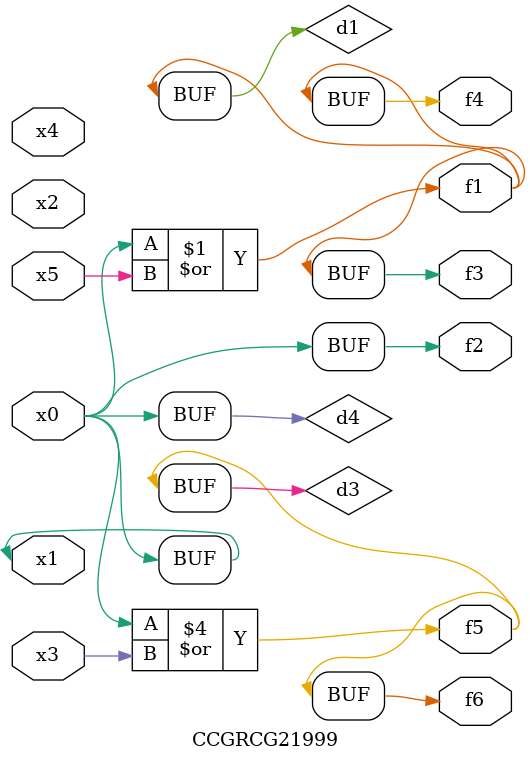
<source format=v>
module CCGRCG21999(
	input x0, x1, x2, x3, x4, x5,
	output f1, f2, f3, f4, f5, f6
);

	wire d1, d2, d3, d4;

	or (d1, x0, x5);
	xnor (d2, x1, x4);
	or (d3, x0, x3);
	buf (d4, x0, x1);
	assign f1 = d1;
	assign f2 = d4;
	assign f3 = d1;
	assign f4 = d1;
	assign f5 = d3;
	assign f6 = d3;
endmodule

</source>
